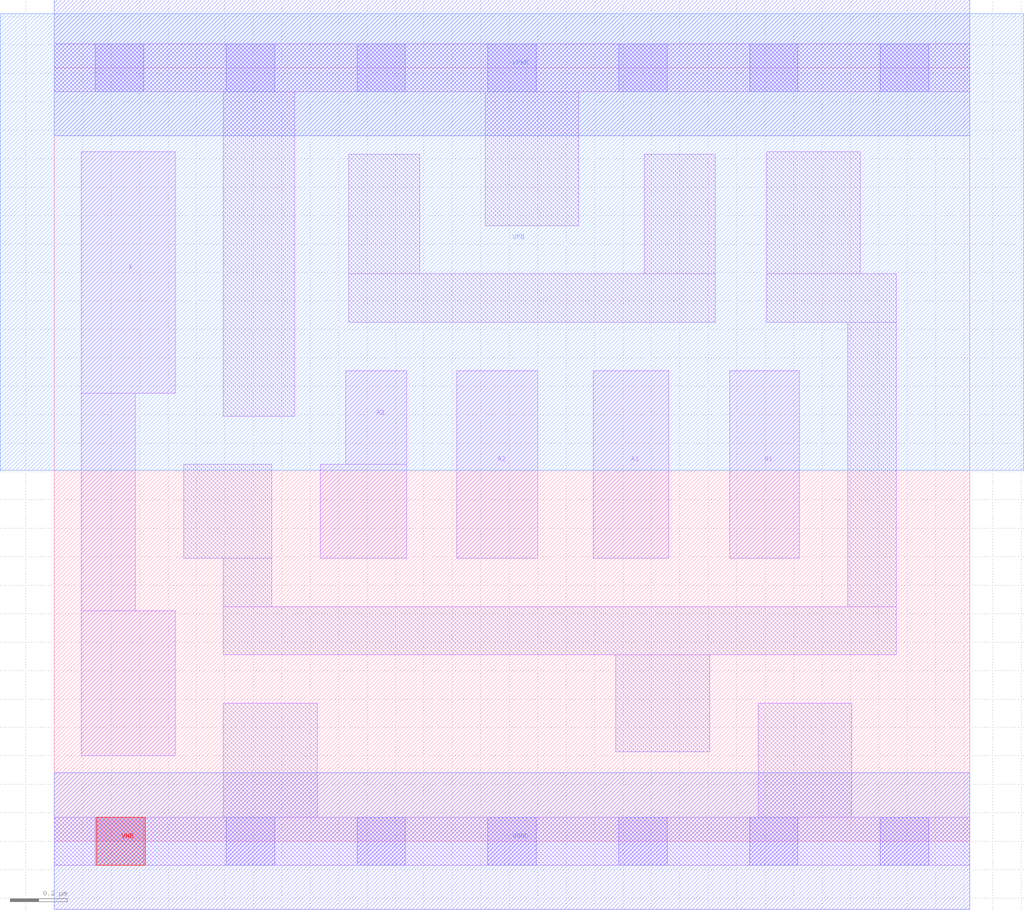
<source format=lef>
# Copyright 2020 The SkyWater PDK Authors
#
# Licensed under the Apache License, Version 2.0 (the "License");
# you may not use this file except in compliance with the License.
# You may obtain a copy of the License at
#
#     https://www.apache.org/licenses/LICENSE-2.0
#
# Unless required by applicable law or agreed to in writing, software
# distributed under the License is distributed on an "AS IS" BASIS,
# WITHOUT WARRANTIES OR CONDITIONS OF ANY KIND, either express or implied.
# See the License for the specific language governing permissions and
# limitations under the License.
#
# SPDX-License-Identifier: Apache-2.0

VERSION 5.7 ;
  NOWIREEXTENSIONATPIN ON ;
  DIVIDERCHAR "/" ;
  BUSBITCHARS "[]" ;
MACRO sky130_fd_sc_hd__a31o_1
  CLASS CORE ;
  FOREIGN sky130_fd_sc_hd__a31o_1 ;
  ORIGIN  0.000000  0.000000 ;
  SIZE  3.220000 BY  2.720000 ;
  SYMMETRY X Y R90 ;
  SITE unithd ;
  PIN A1
    ANTENNAGATEAREA  0.247500 ;
    DIRECTION INPUT ;
    USE SIGNAL ;
    PORT
      LAYER li1 ;
        RECT 1.895000 0.995000 2.160000 1.655000 ;
    END
  END A1
  PIN A2
    ANTENNAGATEAREA  0.247500 ;
    DIRECTION INPUT ;
    USE SIGNAL ;
    PORT
      LAYER li1 ;
        RECT 1.415000 0.995000 1.700000 1.655000 ;
    END
  END A2
  PIN A3
    ANTENNAGATEAREA  0.247500 ;
    DIRECTION INPUT ;
    USE SIGNAL ;
    PORT
      LAYER li1 ;
        RECT 0.935000 0.995000 1.240000 1.325000 ;
        RECT 1.025000 1.325000 1.240000 1.655000 ;
    END
  END A3
  PIN B1
    ANTENNAGATEAREA  0.247500 ;
    DIRECTION INPUT ;
    USE SIGNAL ;
    PORT
      LAYER li1 ;
        RECT 2.375000 0.995000 2.620000 1.655000 ;
    END
  END B1
  PIN X
    ANTENNADIFFAREA  0.437250 ;
    DIRECTION OUTPUT ;
    USE SIGNAL ;
    PORT
      LAYER li1 ;
        RECT 0.095000 0.300000 0.425000 0.810000 ;
        RECT 0.095000 0.810000 0.285000 1.575000 ;
        RECT 0.095000 1.575000 0.425000 2.425000 ;
    END
  END X
  PIN VGND
    DIRECTION INOUT ;
    SHAPE ABUTMENT ;
    USE GROUND ;
    PORT
      LAYER met1 ;
        RECT 0.000000 -0.240000 3.220000 0.240000 ;
    END
  END VGND
  PIN VNB
    DIRECTION INOUT ;
    USE GROUND ;
    PORT
      LAYER pwell ;
        RECT 0.150000 -0.085000 0.320000 0.085000 ;
    END
  END VNB
  PIN VPB
    DIRECTION INOUT ;
    USE POWER ;
    PORT
      LAYER nwell ;
        RECT -0.190000 1.305000 3.410000 2.910000 ;
    END
  END VPB
  PIN VPWR
    DIRECTION INOUT ;
    SHAPE ABUTMENT ;
    USE POWER ;
    PORT
      LAYER met1 ;
        RECT 0.000000 2.480000 3.220000 2.960000 ;
    END
  END VPWR
  OBS
    LAYER li1 ;
      RECT 0.000000 -0.085000 3.220000 0.085000 ;
      RECT 0.000000  2.635000 3.220000 2.805000 ;
      RECT 0.455000  0.995000 0.765000 1.325000 ;
      RECT 0.595000  0.085000 0.925000 0.485000 ;
      RECT 0.595000  0.655000 2.960000 0.825000 ;
      RECT 0.595000  0.825000 0.765000 0.995000 ;
      RECT 0.595000  1.495000 0.845000 2.635000 ;
      RECT 1.035000  1.825000 2.325000 1.995000 ;
      RECT 1.035000  1.995000 1.285000 2.415000 ;
      RECT 1.515000  2.165000 1.845000 2.635000 ;
      RECT 1.975000  0.315000 2.305000 0.655000 ;
      RECT 2.075000  1.995000 2.325000 2.415000 ;
      RECT 2.475000  0.085000 2.805000 0.485000 ;
      RECT 2.505000  1.825000 2.960000 1.995000 ;
      RECT 2.505000  1.995000 2.835000 2.425000 ;
      RECT 2.790000  0.825000 2.960000 1.825000 ;
    LAYER mcon ;
      RECT 0.145000 -0.085000 0.315000 0.085000 ;
      RECT 0.145000  2.635000 0.315000 2.805000 ;
      RECT 0.605000 -0.085000 0.775000 0.085000 ;
      RECT 0.605000  2.635000 0.775000 2.805000 ;
      RECT 1.065000 -0.085000 1.235000 0.085000 ;
      RECT 1.065000  2.635000 1.235000 2.805000 ;
      RECT 1.525000 -0.085000 1.695000 0.085000 ;
      RECT 1.525000  2.635000 1.695000 2.805000 ;
      RECT 1.985000 -0.085000 2.155000 0.085000 ;
      RECT 1.985000  2.635000 2.155000 2.805000 ;
      RECT 2.445000 -0.085000 2.615000 0.085000 ;
      RECT 2.445000  2.635000 2.615000 2.805000 ;
      RECT 2.905000 -0.085000 3.075000 0.085000 ;
      RECT 2.905000  2.635000 3.075000 2.805000 ;
  END
END sky130_fd_sc_hd__a31o_1
END LIBRARY

</source>
